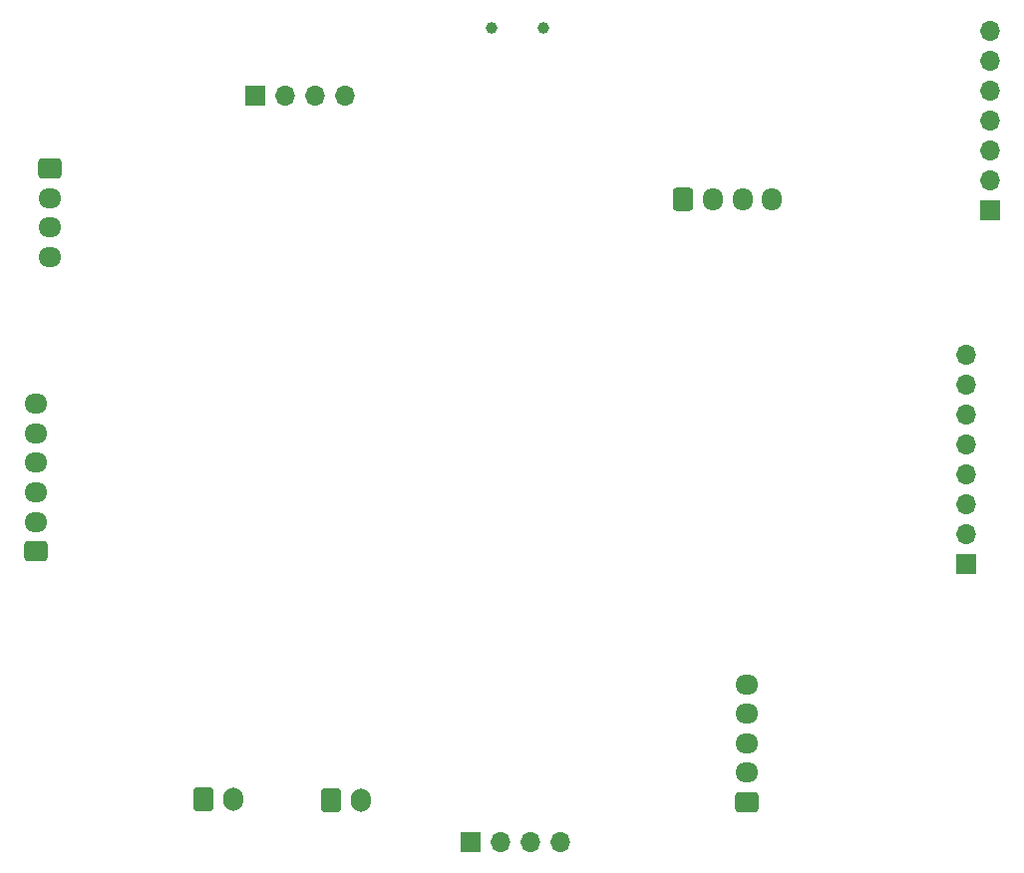
<source format=gbr>
%TF.GenerationSoftware,KiCad,Pcbnew,9.0.1*%
%TF.CreationDate,2025-05-06T13:11:29-06:00*%
%TF.ProjectId,2025_04_STM32F103_RobotBrain,32303235-5f30-4345-9f53-544d33324631,rev?*%
%TF.SameCoordinates,Original*%
%TF.FileFunction,Soldermask,Bot*%
%TF.FilePolarity,Negative*%
%FSLAX46Y46*%
G04 Gerber Fmt 4.6, Leading zero omitted, Abs format (unit mm)*
G04 Created by KiCad (PCBNEW 9.0.1) date 2025-05-06 13:11:29*
%MOMM*%
%LPD*%
G01*
G04 APERTURE LIST*
G04 Aperture macros list*
%AMRoundRect*
0 Rectangle with rounded corners*
0 $1 Rounding radius*
0 $2 $3 $4 $5 $6 $7 $8 $9 X,Y pos of 4 corners*
0 Add a 4 corners polygon primitive as box body*
4,1,4,$2,$3,$4,$5,$6,$7,$8,$9,$2,$3,0*
0 Add four circle primitives for the rounded corners*
1,1,$1+$1,$2,$3*
1,1,$1+$1,$4,$5*
1,1,$1+$1,$6,$7*
1,1,$1+$1,$8,$9*
0 Add four rect primitives between the rounded corners*
20,1,$1+$1,$2,$3,$4,$5,0*
20,1,$1+$1,$4,$5,$6,$7,0*
20,1,$1+$1,$6,$7,$8,$9,0*
20,1,$1+$1,$8,$9,$2,$3,0*%
G04 Aperture macros list end*
%ADD10RoundRect,0.250000X-0.600000X-0.750000X0.600000X-0.750000X0.600000X0.750000X-0.600000X0.750000X0*%
%ADD11O,1.700000X2.000000*%
%ADD12R,1.700000X1.700000*%
%ADD13O,1.700000X1.700000*%
%ADD14RoundRect,0.250000X0.725000X-0.600000X0.725000X0.600000X-0.725000X0.600000X-0.725000X-0.600000X0*%
%ADD15O,1.950000X1.700000*%
%ADD16RoundRect,0.250000X-0.725000X0.600000X-0.725000X-0.600000X0.725000X-0.600000X0.725000X0.600000X0*%
%ADD17RoundRect,0.250000X-0.600000X-0.725000X0.600000X-0.725000X0.600000X0.725000X-0.600000X0.725000X0*%
%ADD18O,1.700000X1.950000*%
%ADD19C,1.000000*%
G04 APERTURE END LIST*
D10*
%TO.C,J6*%
X122580000Y-99900000D03*
D11*
X125080000Y-99900000D03*
%TD*%
D12*
%TO.C,J9*%
X178500000Y-49800000D03*
D13*
X178500000Y-47260000D03*
X178500000Y-44720000D03*
X178500000Y-42180000D03*
X178500000Y-39640000D03*
X178500000Y-37100000D03*
X178500000Y-34560000D03*
%TD*%
D14*
%TO.C,J8*%
X157890000Y-100070000D03*
D15*
X157890000Y-97570000D03*
X157890000Y-95070000D03*
X157890000Y-92570000D03*
X157890000Y-90070000D03*
%TD*%
D12*
%TO.C,J2*%
X176465000Y-79835000D03*
D13*
X176465000Y-77295000D03*
X176465000Y-74755000D03*
X176465000Y-72215000D03*
X176465000Y-69675000D03*
X176465000Y-67135000D03*
X176465000Y-64595000D03*
X176465000Y-62055000D03*
%TD*%
D12*
%TO.C,J4*%
X116160000Y-40040000D03*
D13*
X118700000Y-40040000D03*
X121240000Y-40040000D03*
X123780000Y-40040000D03*
%TD*%
D16*
%TO.C,J11*%
X98720000Y-46270000D03*
D15*
X98720000Y-48770000D03*
X98720000Y-51270000D03*
X98720000Y-53770000D03*
%TD*%
D12*
%TO.C,J3*%
X134460000Y-103485000D03*
D13*
X137000000Y-103485000D03*
X139540000Y-103485000D03*
X142080000Y-103485000D03*
%TD*%
D17*
%TO.C,J7*%
X152500000Y-48825000D03*
D18*
X155000000Y-48825000D03*
X157500000Y-48825000D03*
X160000000Y-48825000D03*
%TD*%
D10*
%TO.C,J5*%
X111750000Y-99875000D03*
D11*
X114250000Y-99875000D03*
%TD*%
D14*
%TO.C,J10*%
X97510000Y-78760000D03*
D15*
X97510000Y-76260000D03*
X97510000Y-73760000D03*
X97510000Y-71260000D03*
X97510000Y-68760000D03*
X97510000Y-66260000D03*
%TD*%
D19*
%TO.C,J1*%
X140580000Y-34300000D03*
X136180000Y-34300000D03*
%TD*%
M02*

</source>
